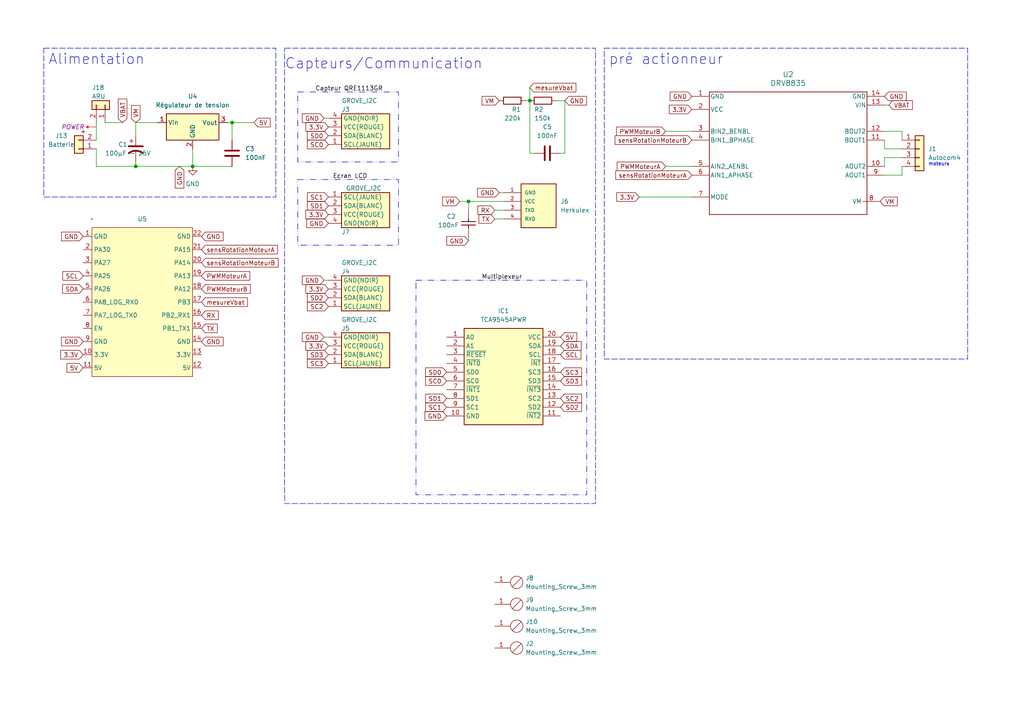
<source format=kicad_sch>
(kicad_sch (version 20231120) (generator "eeschema") (generator_version "8.0")
  (paper "A4")
  (lib_symbols
    (symbol "0_Ge2:GROVE_I2C"
      (property "Reference" "J" (at -1.27 -2.54 0))
      (property "Value" "GROVE_I2C" (at -1.27 -15.24 0))
      (symbol "GROVE_I2C_1_1"
        (rectangle (start -1.27 -3.81) (end 12.7 -13.97) (stroke (width 0.254)) (fill (type background)))
        (pin passive line (at -5.08 -5.08 0) (length 3.81) (name "SCL(JAUNE)") (number "1"))
        (pin passive line (at -5.08 -7.62 0) (length 3.81) (name "SDA(BLANC)") (number "2"))
        (pin passive line (at -5.08 -10.16 0) (length 3.81) (name "VCC(ROUGE)") (number "3"))
        (pin passive line (at -5.08 -12.7 0) (length 3.81) (name "GND(NOIR)") (number "4"))
      )
    )
    (symbol "0_Ge2:Herkulex" (pin_names (offset 1.016))
      (property "Reference" "J" (at 0 1.27 0))
      (property "Value" "Herkulex" (at 0 -15.24 0))
      (symbol "Herkulex_0_0"
        (rectangle (start 0 -12.7) (end 10.16 0) (stroke (width 0.254)) (fill (type background)))
      )
      (symbol "Herkulex_1_0"
        (pin passive line (at -5.08 -2.54 0) (length 5.08) (name "GND") (number "1"))
        (pin passive line (at -5.08 -5.08 0) (length 5.08) (name "VCC") (number "2"))
        (pin passive line (at -5.08 -7.62 0) (length 5.08) (name "TXD") (number "3"))
        (pin passive line (at -5.08 -10.16 0) (length 5.08) (name "RXD") (number "4"))
      )
    )
    (symbol "0_SymbGamelGe2_v6:Autocom4" (pin_names (offset 1.016) hide)
      (property "Reference" "J" (at 0 5.08 0))
      (property "Value" "Autocom4" (at 0 -7.62 0))
      (symbol "Autocom4_1_1"
        (rectangle (start -1.27 -4.953) (end 0 -5.207) (stroke (width 0.1524)))
        (rectangle (start -1.27 -2.413) (end 0 -2.667) (stroke (width 0.1524)))
        (rectangle (start -1.27 0.127) (end 0 -0.127) (stroke (width 0.1524)))
        (rectangle (start -1.27 2.667) (end 0 2.413) (stroke (width 0.1524)))
        (rectangle (start -1.27 3.81) (end 1.27 -6.35) (stroke (width 0.254)) (fill (type background)))
        (pin passive line (at -5.08 2.54 0) (length 3.81) (name "Pin_1") (number "1"))
        (pin passive line (at -5.08 0 0) (length 3.81) (name "Pin_2") (number "2"))
        (pin passive line (at -5.08 -2.54 0) (length 3.81) (name "Pin_3") (number "3"))
        (pin passive line (at -5.08 -5.08 0) (length 3.81) (name "Pin_4") (number "4"))
      )
    )
    (symbol "2023-09-22_14-18-19:DRV8835DSSR" (pin_names (offset 0.254))
      (property "Reference" "U2" (at 0 22.86 0))
      (property "Value" "DRV8835" (at 0 20.32 0))
      (symbol "DRV8835DSSR_0_1"
        (polyline (pts (xy -22.86 -17.78) (xy 22.86 -17.78)) (stroke (width 0.2032)))
        (polyline (pts (xy -22.86 17.78) (xy -22.86 -17.78)) (stroke (width 0.2032)))
        (polyline (pts (xy 22.86 -17.78) (xy 22.86 17.78)) (stroke (width 0.2032)))
        (polyline (pts (xy 22.86 17.78) (xy -22.86 17.78)) (stroke (width 0.2032)))
      )
      (symbol "DRV8835DSSR_1_1"
        (pin power_in line (at -27.94 16.51 0) (length 5.08) (name "GND") (number "1"))
        (pin output line (at 27.94 -3.81 180) (length 5.08) (name "AOUT2") (number "10"))
        (pin output line (at 27.94 3.81 180) (length 5.08) (name "BOUT1") (number "11"))
        (pin output line (at 27.94 6.35 180) (length 5.08) (name "BOUT2") (number "12"))
        (pin power_in line (at 27.94 13.97 180) (length 5.08) (name "VIN") (number "13"))
        (pin power_in line (at 27.94 16.51 180) (length 5.08) (name "GND") (number "14"))
        (pin power_in line (at -27.94 12.7 0) (length 5.08) (name "VCC") (number "2"))
        (pin input line (at -27.94 6.35 0) (length 5.08) (name "BIN2_BENBL") (number "3"))
        (pin input line (at -27.94 3.81 0) (length 5.08) (name "BIN1_BPHASE") (number "4"))
        (pin input line (at -27.94 -3.81 0) (length 5.08) (name "AIN2_AENBL") (number "5"))
        (pin input line (at -27.94 -6.35 0) (length 5.08) (name "AIN1_APHASE") (number "6"))
        (pin input line (at -27.94 -12.7 0) (length 5.08) (name "MODE") (number "7"))
        (pin power_in line (at 26.67 -13.97 180) (length 5.08) (name "VM") (number "8"))
        (pin output line (at 27.94 -6.35 180) (length 5.08) (name "AOUT1") (number "9"))
      )
    )
    (symbol "BW16:BW16"
      (property "Reference" "U" (at 0 0 0))
      (symbol "BW16_1_1"
        (rectangle (start 0 -2.54) (end 29.21 -45.72) (fill (type background)))
        (pin power_in line (at -2.54 -5.08 0) (length 2.54) (name "GND") (number "1"))
        (pin power_out line (at -2.54 -39.37 0) (length 2.54) (name "3.3V") (number "10"))
        (pin power_in line (at -2.54 -43.18 0) (length 2.54) (name "5V") (number "11"))
        (pin power_in line (at 31.75 -43.18 180) (length 2.54) (name "5V") (number "12"))
        (pin power_out line (at 31.75 -39.37 180) (length 2.54) (name "3.3V") (number "13"))
        (pin power_in line (at 31.75 -35.56 180) (length 2.54) (name "GND") (number "14"))
        (pin output line (at 31.75 -31.75 180) (length 2.54) (name "PB1_TX1") (number "15"))
        (pin input line (at 31.75 -27.94 180) (length 2.54) (name "PB2_RX1") (number "16"))
        (pin bidirectional line (at 31.75 -24.13 180) (length 2.54) (name "PB3") (number "17"))
        (pin bidirectional line (at 31.75 -20.32 180) (length 2.54) (name "PA12") (number "18"))
        (pin bidirectional line (at 31.75 -16.51 180) (length 2.54) (name "PA13") (number "19"))
        (pin bidirectional line (at -2.54 -8.89 0) (length 2.54) (name "PA30") (number "2"))
        (pin bidirectional line (at 31.75 -12.7 180) (length 2.54) (name "PA14") (number "20"))
        (pin bidirectional line (at 31.75 -8.89 180) (length 2.54) (name "PA15") (number "21"))
        (pin power_in line (at 31.75 -5.08 180) (length 2.54) (name "GND") (number "22"))
        (pin bidirectional line (at -2.54 -12.7 0) (length 2.54) (name "PA27") (number "3"))
        (pin bidirectional line (at -2.54 -16.51 0) (length 2.54) (name "PA25") (number "4"))
        (pin bidirectional line (at -2.54 -20.32 0) (length 2.54) (name "PA26") (number "5"))
        (pin input line (at -2.54 -24.13 0) (length 2.54) (name "PA8_LOG_RX0") (number "6"))
        (pin output line (at -2.54 -27.94 0) (length 2.54) (name "PA7_LOG_TX0") (number "7"))
        (pin input line (at -2.54 -31.75 0) (length 2.54) (name "EN") (number "8"))
        (pin power_in line (at -2.54 -35.56 0) (length 2.54) (name "GND") (number "9"))
      )
    )
    (symbol "Device:C" (pin_numbers hide) (pin_names (offset 0.254))
      (property "Reference" "C" (at 0.635 2.54 0))
      (property "Value" "C" (at 0.635 -2.54 0))
      (symbol "C_0_1"
        (polyline (pts (xy -2.032 -0.762) (xy 2.032 -0.762)) (stroke (width 0.508)))
        (polyline (pts (xy -2.032 0.762) (xy 2.032 0.762)) (stroke (width 0.508)))
      )
      (symbol "C_1_1"
        (pin passive line (at 0 3.81 270) (length 2.794) (name "~") (number "1"))
        (pin passive line (at 0 -3.81 90) (length 2.794) (name "~") (number "2"))
      )
    )
    (symbol "Device:R" (pin_numbers hide) (pin_names (offset 0))
      (property "Reference" "R" (at 2.032 0 90))
      (property "Value" "R" (at 0 0 90))
      (symbol "R_0_1"
        (rectangle (start -1.016 -2.54) (end 1.016 2.54) (stroke (width 0.254)))
      )
      (symbol "R_1_1"
        (pin passive line (at 0 3.81 270) (length 1.27) (name "~") (number "1"))
        (pin passive line (at 0 -3.81 90) (length 1.27) (name "~") (number "2"))
      )
    )
    (symbol "Regulator_Switching:TSR_1-2450"
      (property "Reference" "U" (at -7.62 6.35 0))
      (property "Value" "TSR_1-2450" (at -1.27 6.35 0))
      (symbol "TSR_1-2450_0_1"
        (rectangle (start -7.62 5.08) (end 7.62 -2.54) (stroke (width 0.254)) (fill (type background)))
      )
      (symbol "TSR_1-2450_1_1"
        (pin power_in line (at -10.16 2.54 0) (length 2.54) (name "Vin") (number "1"))
        (pin power_in line (at 0 -5.08 90) (length 2.54) (name "GND") (number "2"))
        (pin power_out line (at 10.16 2.54 180) (length 2.54) (name "Vout") (number "3"))
      )
    )
    (symbol "SymbGamelGe2_v6:Autocom2" (pin_names (offset 1.016) hide)
      (property "Reference" "J" (at 0 2.54 0))
      (property "Value" "Autocom2" (at 0 -5.08 0))
      (symbol "Autocom2_1_1"
        (rectangle (start -1.27 -2.413) (end 0 -2.667) (stroke (width 0.1524)))
        (rectangle (start -1.27 0.127) (end 0 -0.127) (stroke (width 0.1524)))
        (rectangle (start -1.27 1.27) (end 1.27 -3.81) (stroke (width 0.254)) (fill (type background)))
        (pin passive line (at -5.08 0 0) (length 3.81) (name "Pin_1") (number "1"))
        (pin passive line (at -5.08 -2.54 0) (length 3.81) (name "Pin_2") (number "2"))
      )
    )
    (symbol "SymbGamelGe2_v6:Cp" (pin_numbers hide) (pin_names (offset 0.254) hide)
      (property "Reference" "C" (at 0.635 2.54 0))
      (property "Value" "Cp" (at 0.635 -2.54 0))
      (symbol "Cp_0_1"
        (polyline (pts (xy -2.032 0.762) (xy 2.032 0.762)) (stroke (width 0.508)))
        (polyline (pts (xy -1.778 2.286) (xy -0.762 2.286)))
        (polyline (pts (xy -1.27 1.778) (xy -1.27 2.794)))
        (arc (start 2.032 -1.27) (mid 0 -0.5572) (end -2.032 -1.27) (stroke (width 0.508)))
      )
      (symbol "Cp_1_1"
        (pin passive line (at 0 3.81 270) (length 2.794) (name "~") (number "1"))
        (pin passive line (at 0 -3.81 90) (length 3.302) (name "~") (number "2"))
      )
    )
    (symbol "SymbGamelGe2_v6:Mounting_Screw_3mm" (pin_names (offset 1.016) hide)
      (property "Reference" "J" (at 0 2.54 0))
      (property "Value" "Mounting_Screw_3mm" (at 1.27 -2.54 0))
      (symbol "Mounting_Screw_3mm_0_1"
        (polyline (pts (xy 0 -1.27) (xy 2.54 1.27)))
        (circle (center 1.27 0) (radius 1.8034))
      )
      (symbol "Mounting_Screw_3mm_1_1"
        (polyline (pts (xy -1.27 0) (xy -0.508 0)) (stroke (width 0.1524)))
        (pin passive line (at -5.08 0 0) (length 3.81) (name "Pin_1") (number "1"))
      )
    )
    (symbol "SymbGamelGe2_v6:Omnimate2" (pin_names (offset 1.016) hide)
      (property "Reference" "J" (at -1.27 2.54 0))
      (property "Value" "Omnimate2" (at 0 -5.08 0))
      (symbol "Omnimate2_0_0"
        (text "+" (at 1.27 2.54 0) (effects (font (size 1.27 1.27))))
      )
      (symbol "Omnimate2_1_1"
        (rectangle (start -1.27 1.27) (end 1.27 -3.81) (stroke (width 0.254)) (fill (type background)))
        (rectangle (start 0 -2.413) (end 1.27 -2.667) (stroke (width 0.1524)))
        (rectangle (start 0 0.127) (end 1.27 -0.127) (stroke (width 0.1524)))
        (pin passive line (at 5.08 -2.54 180) (length 3.81) (name "Pin_1") (number "1"))
        (pin passive line (at 5.08 0 180) (length 3.81) (name "Pin_2") (number "2"))
      )
    )
    (symbol "TCA9545APWR:TCA9545APWR"
      (property "Reference" "IC" (at 29.21 7.62 0))
      (property "Value" "TCA9545APWR" (at 29.21 5.08 0))
      (symbol "TCA9545APWR_1_1"
        (rectangle (start 5.08 2.54) (end 27.94 -25.4) (stroke (width 0.254)) (fill (type background)))
        (pin passive line (at 0 0 0) (length 5.08) (name "A0") (number "1"))
        (pin passive line (at 0 -22.86 0) (length 5.08) (name "GND") (number "10"))
        (pin passive line (at 33.02 -22.86 180) (length 5.08) (name "~{INT2}") (number "11"))
        (pin passive line (at 33.02 -20.32 180) (length 5.08) (name "SD2") (number "12"))
        (pin passive line (at 33.02 -17.78 180) (length 5.08) (name "SC2") (number "13"))
        (pin passive line (at 33.02 -15.24 180) (length 5.08) (name "~{INT3}") (number "14"))
        (pin passive line (at 33.02 -12.7 180) (length 5.08) (name "SD3") (number "15"))
        (pin passive line (at 33.02 -10.16 180) (length 5.08) (name "SC3") (number "16"))
        (pin passive line (at 33.02 -7.62 180) (length 5.08) (name "~{INT}") (number "17"))
        (pin passive line (at 33.02 -5.08 180) (length 5.08) (name "SCL") (number "18"))
        (pin passive line (at 33.02 -2.54 180) (length 5.08) (name "SDA") (number "19"))
        (pin passive line (at 0 -2.54 0) (length 5.08) (name "A1") (number "2"))
        (pin passive line (at 33.02 0 180) (length 5.08) (name "VCC") (number "20"))
        (pin passive line (at 0 -5.08 0) (length 5.08) (name "~{RESET}") (number "3"))
        (pin passive line (at 0 -7.62 0) (length 5.08) (name "~{INT0}") (number "4"))
        (pin passive line (at 0 -10.16 0) (length 5.08) (name "SD0") (number "5"))
        (pin passive line (at 0 -12.7 0) (length 5.08) (name "SC0") (number "6"))
        (pin passive line (at 0 -15.24 0) (length 5.08) (name "~{INT1}") (number "7"))
        (pin passive line (at 0 -17.78 0) (length 5.08) (name "SD1") (number "8"))
        (pin passive line (at 0 -20.32 0) (length 5.08) (name "SC1") (number "9"))
      )
    )
    (symbol "power:GND" (power) (pin_names (offset 0))
      (property "Value" "GND" (at 0 -3.81 0))
      (symbol "GND_0_1"
        (polyline (pts (xy 0 0) (xy 0 -1.27) (xy 1.27 -1.27) (xy 0 -2.54) (xy -1.27 -1.27) (xy 0 -1.27)))
      )
      (symbol "GND_1_1"
        (pin power_in line (at 0 0 270) (length 0) hide (name "GND") (number "1"))
      )
    )
    (symbol "psoc_base-altium-import:root_1_Cap"
      (symbol "root_1_Cap_1_0"
        (polyline (pts (xy 0.508 1.778) (xy 4.572 1.778)) (stroke (width 0.254)))
        (polyline (pts (xy 2.54 0) (xy 2.54 0.762)) (stroke (width 0.254) (color 0 0 255 1)))
        (polyline (pts (xy 2.54 2.54) (xy 2.54 1.778)) (stroke (width 0.254) (color 0 0 255 1)))
        (polyline (pts (xy 4.572 0.762) (xy 0.508 0.762)) (stroke (width 0.254)))
        (pin passive line (at 2.54 -2.54 90) (length 2.54) (name "1") (number "1"))
        (pin passive line (at 2.54 5.08 270) (length 2.54) (name "2") (number "2"))
      )
    )
  )
  (junction (at 67.31 35.56))
  (junction (at 153.67 29.21))
  (junction (at 135.89 58.42))
  (junction (at 55.88 48.26))
  (junction (at 39.37 48.26))
  (wire (pts (xy 153.67 25.4) (xy 153.67 29.21)))
  (wire (pts (xy 256.54 38.1) (xy 261.62 38.1)))
  (wire (pts (xy 27.94 48.26) (xy 39.37 48.26)))
  (wire (pts (xy 27.94 48.26) (xy 27.94 43.18)))
  (wire (pts (xy 39.37 35.56) (xy 45.72 35.56)))
  (wire (pts (xy 163.83 44.45) (xy 163.83 29.21)))
  (wire (pts (xy 153.67 29.21) (xy 153.67 44.45)))
  (wire (pts (xy 67.31 35.56) (xy 67.31 40.64)))
  (wire (pts (xy 143.51 60.96) (xy 146.05 60.96)))
  (wire (pts (xy 146.05 55.88) (xy 144.78 55.88)))
  (wire (pts (xy 154.94 44.45) (xy 153.67 44.45)))
  (wire (pts (xy 93.98 97.79) (xy 95.25 97.79)))
  (wire (pts (xy 153.67 29.21) (xy 152.4 29.21)))
  (wire (pts (xy 55.88 43.18) (xy 55.88 48.26)))
  (wire (pts (xy 161.29 29.21) (xy 163.83 29.21)))
  (wire (pts (xy 257.81 30.48) (xy 256.54 30.48)))
  (wire (pts (xy 39.37 48.26) (xy 39.37 46.99)))
  (wire (pts (xy 185.42 57.15) (xy 200.66 57.15)))
  (wire (pts (xy 256.54 40.64) (xy 256.54 43.18)))
  (wire (pts (xy 143.51 63.5) (xy 146.05 63.5)))
  (wire (pts (xy 135.89 58.42) (xy 146.05 58.42)))
  (wire (pts (xy 135.89 69.85) (xy 135.89 68.58)))
  (wire (pts (xy 27.94 35.56) (xy 27.94 40.64)))
  (wire (pts (xy 73.66 35.56) (xy 67.31 35.56)))
  (wire (pts (xy 93.98 34.29) (xy 95.25 34.29)))
  (wire (pts (xy 67.31 35.56) (xy 66.04 35.56)))
  (wire (pts (xy 133.35 58.42) (xy 135.89 58.42)))
  (wire (pts (xy 261.62 38.1) (xy 261.62 40.64)))
  (wire (pts (xy 39.37 48.26) (xy 55.88 48.26)))
  (wire (pts (xy 256.54 45.72) (xy 261.62 45.72)))
  (wire (pts (xy 256.54 48.26) (xy 256.54 45.72)))
  (wire (pts (xy 256.54 43.18) (xy 261.62 43.18)))
  (wire (pts (xy 30.48 35.56) (xy 35.56 35.56)))
  (wire (pts (xy 261.62 50.8) (xy 261.62 48.26)))
  (wire (pts (xy 193.04 38.1) (xy 200.66 38.1)))
  (wire (pts (xy 55.88 48.26) (xy 67.31 48.26)))
  (wire (pts (xy 193.04 48.26) (xy 200.66 48.26)))
  (wire (pts (xy 93.98 81.28) (xy 95.25 81.28)))
  (wire (pts (xy 135.89 58.42) (xy 135.89 60.96)))
  (wire (pts (xy 162.56 44.45) (xy 163.83 44.45)))
  (wire (pts (xy 256.54 50.8) (xy 261.62 50.8)))
  (wire (pts (xy 39.37 39.37) (xy 39.37 35.56)))
  (rectangle (start 175.26 13.97) (end 280.67 104.14) (stroke (width 0) (type dash)))
  (rectangle (start 12.7 13.97) (end 80.01 57.15) (stroke (width 0) (type dash)))
  (rectangle (start 82.55 13.97) (end 172.72 146.05) (stroke (width 0) (type dash)))
  (rectangle (start 86.36 52.07) (end 115.57 71.12) (stroke (width 0) (type dash_dot_dot)))
  (rectangle (start 120.65 81.28) (end 170.18 143.51) (stroke (width 0) (type dash_dot_dot)))
  (rectangle (start 86.36 26.67) (end 115.57 46.99) (stroke (width 0) (type dash_dot_dot)))
  (text "Capteurs/Communication" (at 82.55 20.32 0) (effects (font (size 3 3)) (justify left bottom)))
  (text "pré actionneur" (at 176.53 19.05 0) (effects (font (size 3 3)) (justify left bottom)))
  (text "Alimentation" (at 13.97 19.05 0) (effects (font (size 3 3)) (justify left bottom)))
  (text "moteurs" (at 269.24 48.26 0) (effects (font (size 1 1)) (justify left bottom)))
  (label "Multiplexeur" (at 139.7 81.28 0))
  (label "Ecran LCD" (at 96.52 52.07 0))
  (label "Capteur QRE1113GR" (at 91.44 26.67 0))
  (global_label "SD3" (shape input) (at 162.56 110.49 0) (property "Intersheetrefs" "${INTERSHEET_REFS}" (effects (hide yes))))
  (global_label "GND" (shape input) (at 163.83 29.21 0) (property "Intersheetrefs" "${INTERSHEET_REFS}" (effects (hide yes))))
  (global_label "mesureVbat" (shape input) (at 153.67 25.4 0) (property "Intersheetrefs" "${INTERSHEET_REFS}" (effects (hide yes))))
  (global_label "PWMMoteurA" (shape input) (at 58.42 80.01 0) (property "Intersheetrefs" "${INTERSHEET_REFS}" (effects (hide yes))))
  (global_label "SD2" (shape input) (at 162.56 118.11 0) (property "Intersheetrefs" "${INTERSHEET_REFS}" (effects (hide yes))))
  (global_label "3.3V" (shape input) (at 95.25 83.82 180) (property "Intersheetrefs" "${INTERSHEET_REFS}" (effects (hide yes))))
  (global_label "3.3V" (shape input) (at 95.25 36.83 180) (property "Intersheetrefs" "${INTERSHEET_REFS}" (effects (hide yes))))
  (global_label "SCL" (shape input) (at 24.13 80.01 180) (property "Intersheetrefs" "${INTERSHEET_REFS}" (effects (hide yes))))
  (global_label "SD3" (shape input) (at 95.25 102.87 180) (property "Intersheetrefs" "${INTERSHEET_REFS}" (effects (hide yes))))
  (global_label "sensRotationMoteurB" (shape input) (at 58.42 76.2 0) (property "Intersheetrefs" "${INTERSHEET_REFS}" (effects (hide yes))))
  (global_label "sensRotationMoteurA" (shape input) (at 58.42 72.39 0) (property "Intersheetrefs" "${INTERSHEET_REFS}" (effects (hide yes))))
  (global_label "SD1" (shape input) (at 95.25 59.69 180) (property "Intersheetrefs" "${INTERSHEET_REFS}" (effects (hide yes))))
  (global_label "SC1" (shape input) (at 129.54 118.11 180) (property "Intersheetrefs" "${INTERSHEET_REFS}" (effects (hide yes))))
  (global_label "GND" (shape input) (at 24.13 99.06 180) (property "Intersheetrefs" "${INTERSHEET_REFS}" (effects (hide yes))))
  (global_label "mesureVbat" (shape input) (at 58.42 87.63 0) (property "Intersheetrefs" "${INTERSHEET_REFS}" (effects (hide yes))))
  (global_label "3.3V" (shape input) (at 200.66 31.75 180) (property "Intersheetrefs" "${INTERSHEET_REFS}" (effects (hide yes))))
  (global_label "GND" (shape input) (at 95.25 64.77 180) (property "Intersheetrefs" "${INTERSHEET_REFS}" (effects (hide yes))))
  (global_label "RX" (shape input) (at 143.51 60.96 180) (property "Intersheetrefs" "${INTERSHEET_REFS}" (effects (hide yes))))
  (global_label "SC3" (shape input) (at 95.25 105.41 180) (property "Intersheetrefs" "${INTERSHEET_REFS}" (effects (hide yes))))
  (global_label "SDA" (shape input) (at 162.56 100.33 0) (property "Intersheetrefs" "${INTERSHEET_REFS}" (effects (hide yes))))
  (global_label "SC0" (shape input) (at 129.54 110.49 180) (property "Intersheetrefs" "${INTERSHEET_REFS}" (effects (hide yes))))
  (global_label "VM" (shape input) (at 133.35 58.42 180) (property "Intersheetrefs" "${INTERSHEET_REFS}" (effects (hide yes))))
  (global_label "GND" (shape input) (at 200.66 27.94 180) (property "Intersheetrefs" "${INTERSHEET_REFS}" (effects (hide yes))))
  (global_label "SC2" (shape input) (at 95.25 88.9 180) (property "Intersheetrefs" "${INTERSHEET_REFS}" (effects (hide yes))))
  (global_label "SDA" (shape input) (at 24.13 83.82 180) (property "Intersheetrefs" "${INTERSHEET_REFS}" (effects (hide yes))))
  (global_label "SC0" (shape input) (at 95.25 41.91 180) (property "Intersheetrefs" "${INTERSHEET_REFS}" (effects (hide yes))))
  (global_label "GND" (shape input) (at 135.89 69.85 180) (property "Intersheetrefs" "${INTERSHEET_REFS}" (effects (hide yes))))
  (global_label "VM" (shape input) (at 144.78 29.21 180) (property "Intersheetrefs" "${INTERSHEET_REFS}" (effects (hide yes))))
  (global_label "RX" (shape input) (at 58.42 91.44 0) (property "Intersheetrefs" "${INTERSHEET_REFS}" (effects (hide yes))))
  (global_label "GND" (shape input) (at 256.54 27.94 0) (property "Intersheetrefs" "${INTERSHEET_REFS}" (effects (hide yes))))
  (global_label "GND" (shape input) (at 93.98 97.79 180) (property "Intersheetrefs" "${INTERSHEET_REFS}" (effects (hide yes))))
  (global_label "3.3V" (shape input) (at 185.42 57.15 180) (property "Intersheetrefs" "${INTERSHEET_REFS}" (effects (hide yes))))
  (global_label "sensRotationMoteurB" (shape input) (at 200.66 40.64 180) (property "Intersheetrefs" "${INTERSHEET_REFS}" (effects (hide yes))))
  (global_label "SD1" (shape input) (at 129.54 115.57 180) (property "Intersheetrefs" "${INTERSHEET_REFS}" (effects (hide yes))))
  (global_label "sensRotationMoteurA" (shape input) (at 200.66 50.8 180) (property "Intersheetrefs" "${INTERSHEET_REFS}" (effects (hide yes))))
  (global_label "SCL" (shape input) (at 162.56 102.87 0) (property "Intersheetrefs" "${INTERSHEET_REFS}" (effects (hide yes))))
  (global_label "VM" (shape input) (at 255.27 58.42 0) (property "Intersheetrefs" "${INTERSHEET_REFS}" (effects (hide yes))))
  (global_label "PWMMoteurB" (shape input) (at 193.04 38.1 180) (property "Intersheetrefs" "${INTERSHEET_REFS}" (effects (hide yes))))
  (global_label "GND" (shape input) (at 93.98 34.29 180) (property "Intersheetrefs" "${INTERSHEET_REFS}" (effects (hide yes))))
  (global_label "PWMMoteurB" (shape input) (at 58.42 83.82 0) (property "Intersheetrefs" "${INTERSHEET_REFS}" (effects (hide yes))))
  (global_label "TX" (shape input) (at 58.42 95.25 0) (property "Intersheetrefs" "${INTERSHEET_REFS}" (effects (hide yes))))
  (global_label "5V" (shape input) (at 162.56 97.79 0) (property "Intersheetrefs" "${INTERSHEET_REFS}" (effects (hide yes))))
  (global_label "VM" (shape input) (at 39.37 35.56 90) (property "Intersheetrefs" "${INTERSHEET_REFS}" (effects (hide yes))))
  (global_label "3.3V" (shape input) (at 95.25 62.23 180) (property "Intersheetrefs" "${INTERSHEET_REFS}" (effects (hide yes))))
  (global_label "5V" (shape input) (at 24.13 106.68 180) (property "Intersheetrefs" "${INTERSHEET_REFS}" (effects (hide yes))))
  (global_label "GND" (shape input) (at 144.78 55.88 180) (property "Intersheetrefs" "${INTERSHEET_REFS}" (effects (hide yes))))
  (global_label "GND" (shape input) (at 93.98 81.28 180) (property "Intersheetrefs" "${INTERSHEET_REFS}" (effects (hide yes))))
  (global_label "GND" (shape input) (at 129.54 120.65 180) (property "Intersheetrefs" "${INTERSHEET_REFS}" (effects (hide yes))))
  (global_label "VBAT" (shape input) (at 257.81 30.48 0) (property "Intersheetrefs" "${INTERSHEET_REFS}" (effects (hide yes))))
  (global_label "TX" (shape input) (at 143.51 63.5 180) (property "Intersheetrefs" "${INTERSHEET_REFS}" (effects (hide yes))))
  (global_label "GND" (shape input) (at 24.13 68.58 180) (property "Intersheetrefs" "${INTERSHEET_REFS}" (effects (hide yes))))
  (global_label "SD0" (shape input) (at 129.54 107.95 180) (property "Intersheetrefs" "${INTERSHEET_REFS}" (effects (hide yes))))
  (global_label "GND" (shape input) (at 58.42 68.58 0) (property "Intersheetrefs" "${INTERSHEET_REFS}" (effects (hide yes))))
  (global_label "VBAT" (shape input) (at 35.56 35.56 90) (property "Intersheetrefs" "${INTERSHEET_REFS}" (effects (hide yes))))
  (global_label "GND" (shape input) (at 58.42 99.06 0) (property "Intersheetrefs" "${INTERSHEET_REFS}" (effects (hide yes))))
  (global_label "SD0" (shape input) (at 95.25 39.37 180) (property "Intersheetrefs" "${INTERSHEET_REFS}" (effects (hide yes))))
  (global_label "SC1" (shape input) (at 95.25 57.15 180) (property "Intersheetrefs" "${INTERSHEET_REFS}" (effects (hide yes))))
  (global_label "SC3" (shape input) (at 162.56 107.95 0) (property "Intersheetrefs" "${INTERSHEET_REFS}" (effects (hide yes))))
  (global_label "PWMMoteurA" (shape input) (at 193.04 48.26 180) (property "Intersheetrefs" "${INTERSHEET_REFS}" (effects (hide yes))))
  (global_label "SC2" (shape input) (at 162.56 115.57 0) (property "Intersheetrefs" "${INTERSHEET_REFS}" (effects (hide yes))))
  (global_label "3.3V" (shape input) (at 95.25 100.33 180) (property "Intersheetrefs" "${INTERSHEET_REFS}" (effects (hide yes))))
  (global_label "GND" (shape input) (at 52.07 48.26 270) (property "Intersheetrefs" "${INTERSHEET_REFS}" (effects (hide yes))))
  (global_label "3.3V" (shape input) (at 24.13 102.87 180) (property "Intersheetrefs" "${INTERSHEET_REFS}" (effects (hide yes))))
  (global_label "5V" (shape input) (at 73.66 35.56 0) (property "Intersheetrefs" "${INTERSHEET_REFS}" (effects (hide yes))))
  (global_label "SD2" (shape input) (at 95.25 86.36 180) (property "Intersheetrefs" "${INTERSHEET_REFS}" (effects (hide yes))))
  (netclass_flag "" (length 2.54) (shape dot) (at 27.94 36.83 90) (property "Netclass" "POWER" (at 17.78 36.83 0) (effects (font (italic yes)) (justify left))))
  (symbol (lib_id "SymbGamelGe2_v6:Omnimate2") (at 22.86 40.64 0) (unit 1)
    (property "Reference" "J13" (at 17.78 39.37 0))
    (property "Value" "Batterie" (at 17.78 41.91 0))
    (property "Footprint" "FootprintGamelGe2_v6:OmnimateSL-5,08_1x02_P5.08mm_Vertical" (effects (hide yes)))
  )
  (symbol (lib_id "0_Ge2:GROVE_I2C") (at 100.33 93.98 0) (mirror x) (unit 1)
    (property "Reference" "J4" (at 99.06 78.74 0) (effects (justify left)))
    (property "Value" "GROVE_I2C" (at 99.06 76.2 0) (effects (justify left)))
    (property "Footprint" "0_FootprintGe2:SEEED_110990030" (effects (hide yes)))
  )
  (symbol (lib_id "Device:R") (at 157.48 29.21 90) (mirror x) (unit 1)
    (property "Reference" "R2" (at 154.94 31.75 90) (effects (justify right)))
    (property "Value" "150k" (at 154.94 34.29 90) (effects (justify right)))
    (property "Footprint" "FootprintGamelGe2_v6:R_Axial_DIN0207_L6.3mm_D2.5mm_P10.16mm_Horizontal" (effects (hide yes)))
  )
  (symbol (lib_id "0_Ge2:Herkulex") (at 151.13 53.34 0) (unit 1)
    (property "Reference" "J6" (at 162.56 58.42 0) (effects (justify left)))
    (property "Value" "Herkulex" (at 162.56 60.96 0) (effects (justify left)))
    (property "Footprint" "0_FootprintGe2:TE_292161-4" (effects (hide yes)))
    (property "Datasheet" "TE_292161-4" (effects (hide yes)))
    (property "Description" "\nConn, Rect,Wire to Board,PCB Plug,4 Cont,Thru-Hole,MT Series,0.079 Pin-Spng | TE Connectivity 292161-4\n" (effects (hide yes)))
    (property "MANUFACTURER" "TE Connectivity" (effects (hide yes)))
  )
  (symbol (lib_id "Regulator_Switching:TSR_1-2450") (at 55.88 38.1 0) (unit 1)
    (property "Reference" "U4" (at 55.88 27.94 0))
    (property "Value" "Régulateur de tension" (at 55.88 30.48 0))
    (property "Footprint" "Converter_DCDC:Converter_DCDC_TRACO_TSR-1_THT" (effects (hide yes)))
    (property "Datasheet" "http://www.tracopower.com/products/tsr1.pdf" (effects (hide yes)))
  )
  (symbol (lib_id "BW16:BW16") (at 26.67 63.5 0) (unit 1)
    (property "Reference" "U5" (at 41.275 63.5 0))
    (property "Value" "~" (at 26.67 63.5 0))
    (property "Footprint" "bw16:BW16" (effects (hide yes)))
  )
  (symbol (lib_id "0_Ge2:GROVE_I2C") (at 100.33 46.99 0) (mirror x) (unit 1)
    (property "Reference" "J3" (at 99.06 31.75 0) (effects (justify left)))
    (property "Value" "GROVE_I2C" (at 99.06 29.21 0) (effects (justify left)))
    (property "Footprint" "0_FootprintGe2:SEEED_110990030" (effects (hide yes)))
  )
  (symbol (lib_id "SymbGamelGe2_v6:Autocom2") (at 30.48 30.48 270) (mirror x) (unit 1)
    (property "Reference" "J18" (at 26.67 25.4 90) (effects (justify left)))
    (property "Value" "ARU" (at 26.67 27.94 90) (effects (justify left)))
    (property "Footprint" "FootprintGamelGe2_v6:Autocom2" (effects (hide yes)))
  )
  (symbol (lib_id "SymbGamelGe2_v6:Mounting_Screw_3mm") (at 148.59 181.61 0) (unit 1)
    (property "Reference" "J10" (at 152.4 180.34 0) (effects (justify left)))
    (property "Value" "Mounting_Screw_3mm" (at 152.4 182.88 0) (effects (justify left)))
    (property "Footprint" "FootprintGamelGe2_v6:Mounting_Screw_3mm" (effects (hide yes)))
  )
  (symbol (lib_id "psoc_base-altium-import:root_1_Cap") (at 133.35 66.04 0) (unit 1)
    (property "Reference" "C2" (at 129.54 63.5 0) (effects (justify left bottom)))
    (property "Value" "100nF" (at 127 66.04 0) (effects (justify left bottom)))
    (property "Footprint" "FootprintGamelGe2_v6:C_Rect_L7.0mm_W2.5mm_P5.00mm" (effects (hide yes)))
    (property "PUBLISHED" "8-Jun-2000" (effects (hide yes)))
    (property "REVISION" "July-2002: Re-released for DXP Platform." (effects (hide yes)))
    (property "PUBLISHER" "Altium Limited" (effects (hide yes)))
    (property "ALTIUM_VALUE" "100nF" (effects (hide yes)))
  )
  (symbol (lib_id "SymbGamelGe2_v6:Cp") (at 39.37 43.18 0) (unit 1)
    (property "Reference" "C1" (at 34.29 41.91 0) (effects (justify left)))
    (property "Value" "100µF - 25V" (at 30.48 44.45 0) (effects (justify left)))
    (property "Footprint" "FootprintGamelGe2_v6:CP_Radial_D10.0mm_P5.00mm" (effects (hide yes)))
  )
  (symbol (lib_id "0_Ge2:GROVE_I2C") (at 100.33 110.49 0) (mirror x) (unit 1)
    (property "Reference" "J5" (at 99.06 95.25 0) (effects (justify left)))
    (property "Value" "GROVE_I2C" (at 99.06 92.71 0) (effects (justify left)))
    (property "Footprint" "0_FootprintGe2:SEEED_110990030" (effects (hide yes)))
  )
  (symbol (lib_id "2023-09-22_14-18-19:DRV8835DSSR") (at 228.6 44.45 0) (unit 1)
    (property "Reference" "U2" (at 228.6 21.59 0) (effects (font (size 1.524 1.524))))
    (property "Value" "DRV8835" (at 228.6 24.13 0) (effects (font (size 1.524 1.524))))
    (property "Footprint" "Package_DIP:DIP-14_W7.62mm" (effects (hide yes)))
    (property "Datasheet" "DRV8835DSSR" (effects (hide yes)))
  )
  (symbol (lib_id "SymbGamelGe2_v6:Mounting_Screw_3mm") (at 148.59 168.91 0) (unit 1)
    (property "Reference" "J8" (at 152.4 167.64 0) (effects (justify left)))
    (property "Value" "Mounting_Screw_3mm" (at 152.4 170.18 0) (effects (justify left)))
    (property "Footprint" "FootprintGamelGe2_v6:Mounting_Screw_3mm" (effects (hide yes)))
  )
  (symbol (lib_id "Device:R") (at 148.59 29.21 90) (mirror x) (unit 1)
    (property "Reference" "R1" (at 151.13 31.75 90) (effects (justify left)))
    (property "Value" "220k" (at 151.13 34.29 90) (effects (justify left)))
    (property "Footprint" "FootprintGamelGe2_v6:R_Axial_DIN0207_L6.3mm_D2.5mm_P10.16mm_Horizontal" (effects (hide yes)))
  )
  (symbol (lib_id "Device:C") (at 67.31 44.45 0) (unit 1)
    (property "Reference" "C3" (at 71.12 43.18 0) (effects (justify left)))
    (property "Value" "100nF" (at 71.12 45.72 0) (effects (justify left)))
    (property "Footprint" "FootprintGamelGe2_v6:C_Rect_L7.0mm_W2.5mm_P5.00mm" (effects (hide yes)))
  )
  (symbol (lib_id "0_SymbGamelGe2_v6:Autocom4") (at 266.7 43.18 0) (unit 1)
    (property "Reference" "J1" (at 269.24 43.18 0) (effects (justify left)))
    (property "Value" "Autocom4" (at 269.24 45.72 0) (effects (justify left)))
    (property "Footprint" "FootprintGamelGe2_v6:Autocom4" (effects (hide yes)))
  )
  (symbol (lib_id "Device:C") (at 158.75 44.45 90) (unit 1)
    (property "Reference" "C5" (at 158.75 36.83 90))
    (property "Value" "100nF" (at 158.75 39.37 90))
    (property "Footprint" "FootprintGamelGe2_v6:C_Rect_L7.0mm_W2.5mm_P5.00mm" (effects (hide yes)))
  )
  (symbol (lib_id "power:GND") (at 55.88 48.26 0) (unit 1)
    (property "Reference" "#PWR08" (effects (hide yes)))
    (property "Value" "GND" (at 55.88 53.34 0))
  )
  (symbol (lib_id "0_Ge2:GROVE_I2C") (at 100.33 52.07 0) (unit 1)
    (property "Reference" "J7" (at 99.06 67.31 0) (effects (justify left)))
    (property "Value" "GROVE_I2C" (at 100.33 54.61 0) (effects (justify left)))
    (property "Footprint" "0_FootprintGe2:SEEED_110990030" (effects (hide yes)))
  )
  (symbol (lib_id "SymbGamelGe2_v6:Mounting_Screw_3mm") (at 148.59 187.96 0) (unit 1)
    (property "Reference" "J2" (at 152.4 186.69 0) (effects (justify left)))
    (property "Value" "Mounting_Screw_3mm" (at 152.4 189.23 0) (effects (justify left)))
    (property "Footprint" "FootprintGamelGe2_v6:Mounting_Screw_3mm" (effects (hide yes)))
  )
  (symbol (lib_id "TCA9545APWR:TCA9545APWR") (at 129.54 97.79 0) (unit 1)
    (property "Reference" "IC1" (at 146.05 90.17 0))
    (property "Value" "TCA9545APWR" (at 146.05 92.71 0))
    (property "Footprint" "TCA9545APWR:SOP65P640X120-20N" (effects (hide yes)))
    (property "Datasheet" "http://www.ti.com/lit/ds/symlink/tca9545a.pdf" (effects (hide yes)))
    (property "Description" "4-Channel I2C and SMBus Switch With Interrupt Logic and Reset Functions" (effects (hide yes)))
    (property "Height" "1.2" (effects (hide yes)))
    (property "Mouser Part Number" "595-TCA9545APWR" (effects (hide yes)))
    (property "Mouser Price/Stock" "https://www.mouser.co.uk/ProductDetail/Texas-Instruments/TCA9545APWR?qs=%2Fd%252BFzHvH4c0NOYzhPdKGEw%3D%3D" (effects (hide yes)))
    (property "Manufacturer_Name" "Texas Instruments" (effects (hide yes)))
    (property "Manufacturer_Part_Number" "TCA9545APWR" (effects (hide yes)))
  )
  (symbol (lib_id "SymbGamelGe2_v6:Mounting_Screw_3mm") (at 148.59 175.26 0) (unit 1)
    (property "Reference" "J9" (at 152.4 173.99 0) (effects (justify left)))
    (property "Value" "Mounting_Screw_3mm" (at 152.4 176.53 0) (effects (justify left)))
    (property "Footprint" "FootprintGamelGe2_v6:Mounting_Screw_3mm" (effects (hide yes)))
  )
)
</source>
